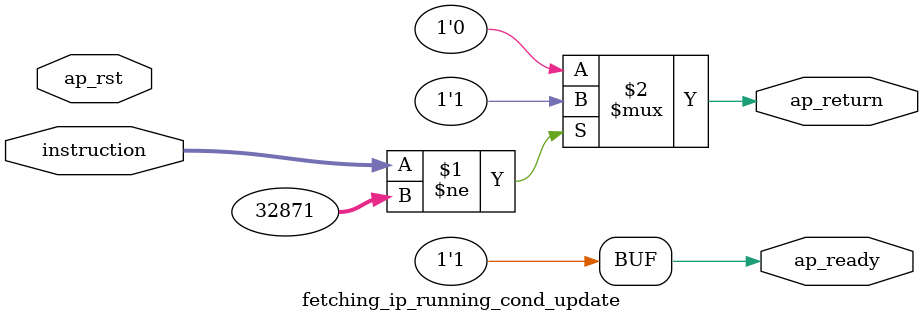
<source format=v>

`timescale 1 ns / 1 ps 

module fetching_ip_running_cond_update (
        ap_ready,
        instruction,
        ap_return,
        ap_rst
);


output   ap_ready;
input  [31:0] instruction;
output  [0:0] ap_return;
input   ap_rst;

assign ap_ready = 1'b1;

assign ap_return = ((instruction != 32'd32871) ? 1'b1 : 1'b0);

endmodule //fetching_ip_running_cond_update

</source>
